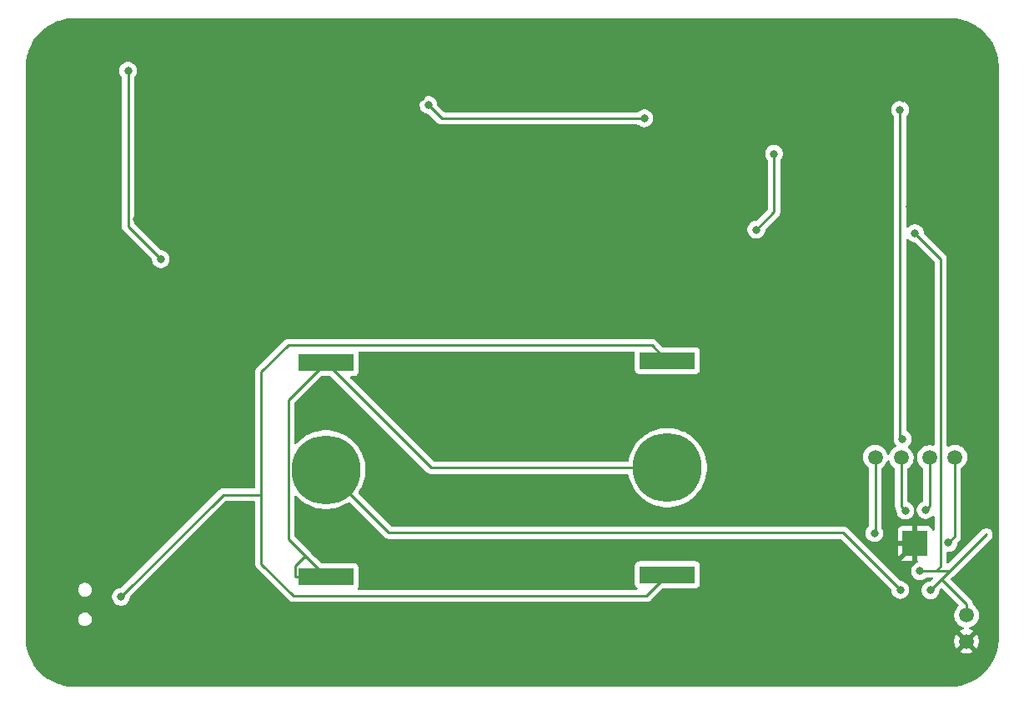
<source format=gbl>
%TF.GenerationSoftware,KiCad,Pcbnew,9.0.7*%
%TF.CreationDate,2026-01-22T21:49:42+01:00*%
%TF.ProjectId,RamadanCard,52616d61-6461-46e4-9361-72642e6b6963,rev?*%
%TF.SameCoordinates,Original*%
%TF.FileFunction,Copper,L2,Bot*%
%TF.FilePolarity,Positive*%
%FSLAX46Y46*%
G04 Gerber Fmt 4.6, Leading zero omitted, Abs format (unit mm)*
G04 Created by KiCad (PCBNEW 9.0.7) date 2026-01-22 21:49:42*
%MOMM*%
%LPD*%
G01*
G04 APERTURE LIST*
%TA.AperFunction,ComponentPad*%
%ADD10C,0.500000*%
%TD*%
%TA.AperFunction,SMDPad,CuDef*%
%ADD11R,2.500000X2.500000*%
%TD*%
%TA.AperFunction,SMDPad,CuDef*%
%ADD12C,1.500000*%
%TD*%
%TA.AperFunction,SMDPad,CuDef*%
%ADD13C,7.000000*%
%TD*%
%TA.AperFunction,SMDPad,CuDef*%
%ADD14R,5.600000X1.750000*%
%TD*%
%TA.AperFunction,ViaPad*%
%ADD15C,0.800000*%
%TD*%
%TA.AperFunction,Conductor*%
%ADD16C,0.250000*%
%TD*%
G04 APERTURE END LIST*
D10*
%TO.P,U1,21,GND*%
%TO.N,GND*%
X162510400Y-122922700D03*
X162510400Y-124922700D03*
D11*
X163510400Y-123922700D03*
D10*
X164510400Y-122922700D03*
X164510400Y-124922700D03*
%TD*%
D12*
%TO.P,TP2,1,1*%
%TO.N,Net-(U1-PA5)*%
X162113800Y-115229700D03*
%TD*%
%TO.P,TP3,1,1*%
%TO.N,Net-(U1-PA6)*%
X164992000Y-115209800D03*
%TD*%
%TO.P,TP1,1,1*%
%TO.N,Net-(U1-PA4)*%
X159481800Y-115179100D03*
%TD*%
%TO.P,TP6,1,1*%
%TO.N,GND*%
X168723400Y-133881100D03*
%TD*%
D13*
%TO.P,H1,1,1*%
%TO.N,Net-(U2-IN)*%
X103688800Y-116441800D03*
D14*
%TO.P,H1,2,2*%
%TO.N,Net-(H1-Pad2)*%
X103688800Y-127316800D03*
X103688800Y-105566800D03*
%TD*%
D12*
%TO.P,TP5,1,1*%
%TO.N,+6V*%
X168743900Y-131234100D03*
%TD*%
%TO.P,TP4,1,1*%
%TO.N,Net-(U1-~{RESET}{slash}PB3)*%
X167552500Y-115168800D03*
%TD*%
D13*
%TO.P,H2,1,1*%
%TO.N,Net-(H1-Pad2)*%
X138364200Y-116242900D03*
D14*
%TO.P,H2,2,2*%
%TO.N,Net-(J1-COM)*%
X138364200Y-105367900D03*
X138364200Y-127117900D03*
%TD*%
D15*
%TO.N,GND*%
X135617700Y-79465600D03*
X114222700Y-86560100D03*
X113377800Y-78640800D03*
X165777000Y-133930000D03*
X162291100Y-78731800D03*
X98820300Y-83672900D03*
X146143900Y-87269800D03*
X162990300Y-89713400D03*
X82907000Y-126515000D03*
X146968200Y-90837300D03*
X82325100Y-75784000D03*
X163536000Y-128638000D03*
X84486700Y-90974600D03*
X85318700Y-117297000D03*
X82917600Y-95051600D03*
X93486000Y-75674200D03*
X146391900Y-76228800D03*
%TO.N,Net-(D3-DOUT)*%
X136023500Y-80744000D03*
X114096700Y-79396100D03*
%TO.N,Net-(D6-DOUT)*%
X86927400Y-95051600D03*
X83597600Y-75917700D03*
%TO.N,Net-(D14-DOUT)*%
X147392600Y-92049300D03*
X149185700Y-84346000D03*
%TO.N,+6V*%
X163508900Y-92420800D03*
X165069000Y-128703000D03*
X164013000Y-126753000D03*
%TO.N,Net-(U1-PA4)*%
X159384000Y-122891000D03*
%TO.N,Net-(U1-~{RESET}{slash}PB3)*%
X166907000Y-123864000D03*
%TO.N,Net-(U1-PA6)*%
X164582000Y-120536000D03*
%TO.N,Net-(D1-DIN)*%
X162249100Y-113299700D03*
X161989800Y-79878400D03*
%TO.N,Net-(U2-IN)*%
X162017000Y-128664000D03*
%TO.N,Net-(J1-COM)*%
X82883300Y-129357000D03*
%TO.N,Net-(U1-PA5)*%
X162536000Y-120611000D03*
%TD*%
D16*
%TO.N,GND*%
X165825000Y-133881000D02*
X165777000Y-133930000D01*
%TO.N,Net-(D3-DOUT)*%
X115444600Y-80744000D02*
X136023500Y-80744000D01*
X114096700Y-79396100D02*
X115444600Y-80744000D01*
%TO.N,Net-(D6-DOUT)*%
X83597600Y-91721800D02*
X83597600Y-75917700D01*
X86927400Y-95051600D02*
X83597600Y-91721800D01*
%TO.N,Net-(D14-DOUT)*%
X149185700Y-90256200D02*
X147392600Y-92049300D01*
X149185700Y-84346000D02*
X149185700Y-90256200D01*
%TO.N,+6V*%
X166108400Y-126278300D02*
X166108400Y-95020300D01*
X165633700Y-126753000D02*
X166853000Y-126753000D01*
X166936000Y-126836000D02*
X170767000Y-123005000D01*
X168743900Y-130668600D02*
X168743900Y-131234100D01*
X166853000Y-126753000D02*
X166936000Y-126836000D01*
X166206000Y-127565000D02*
X166936000Y-126836000D01*
X168744000Y-130668500D02*
X168744000Y-130103000D01*
X168744000Y-130668500D02*
X168743900Y-130668600D01*
X166108400Y-95020300D02*
X163508900Y-92420800D01*
X165069000Y-128703000D02*
X166206000Y-127565000D01*
X165633700Y-126753000D02*
X166108400Y-126278300D01*
X168744000Y-131234000D02*
X168744000Y-130668500D01*
X168744000Y-130103000D02*
X166206000Y-127565000D01*
X164013000Y-126753000D02*
X165633700Y-126753000D01*
%TO.N,Net-(U1-PA4)*%
X159482000Y-122794000D02*
X159384000Y-122891000D01*
X159481800Y-118159000D02*
X159482000Y-118159200D01*
X159482000Y-115179000D02*
X159482000Y-118159200D01*
X159482000Y-118159200D02*
X159482000Y-122794000D01*
X159481800Y-115179100D02*
X159481800Y-118159000D01*
%TO.N,Net-(U1-~{RESET}{slash}PB3)*%
X167553000Y-119194000D02*
X167553000Y-123219000D01*
X167553000Y-115169000D02*
X167553000Y-119194000D01*
X167553000Y-123219000D02*
X166907000Y-123864000D01*
X167552500Y-119193500D02*
X167552500Y-115168800D01*
X167553000Y-119194000D02*
X167552500Y-119193500D01*
%TO.N,Net-(U1-PA6)*%
X164992000Y-115209800D02*
X164992000Y-115210000D01*
X164992000Y-115210000D02*
X164992000Y-120126000D01*
X164992000Y-120126000D02*
X164582000Y-120536000D01*
%TO.N,Net-(D1-DIN)*%
X162249100Y-113299700D02*
X161989800Y-113040400D01*
X161989800Y-113040400D02*
X161989800Y-79878400D01*
%TO.N,Net-(U2-IN)*%
X103688800Y-116441800D02*
X103689000Y-116442000D01*
X156193000Y-122839000D02*
X110086000Y-122839000D01*
X110086000Y-122839000D02*
X103689000Y-116442000D01*
X162017000Y-128664000D02*
X156193000Y-122839000D01*
%TO.N,Net-(H1-Pad2)*%
X103688800Y-127316800D02*
X100562100Y-127316800D01*
X99863800Y-109392000D02*
X103689000Y-105567000D01*
X103689000Y-127317000D02*
X101776400Y-125404500D01*
X138364100Y-116242900D02*
X138364000Y-116243000D01*
X103688800Y-105566800D02*
X103689000Y-105567000D01*
X99863800Y-123492000D02*
X99863800Y-109392000D01*
X101776400Y-125404500D02*
X99863800Y-123492000D01*
X103689000Y-105567000D02*
X114365000Y-116243000D01*
X101776400Y-125404500D02*
X101398500Y-125404500D01*
X114365000Y-116243000D02*
X138364000Y-116243000D01*
X101398500Y-125404500D02*
X100562100Y-126240900D01*
X100562100Y-126240900D02*
X100562100Y-127316800D01*
X138364200Y-116242900D02*
X138364100Y-116242900D01*
%TO.N,Net-(J1-COM)*%
X136784000Y-103787000D02*
X138364000Y-105368000D01*
X97135600Y-118979000D02*
X97135600Y-106522000D01*
X136220000Y-129262000D02*
X100390000Y-129262000D01*
X100390000Y-129262000D02*
X97135600Y-126008000D01*
X138364100Y-105367900D02*
X138364000Y-105368000D01*
X82914500Y-129389000D02*
X82883300Y-129357000D01*
X82883300Y-129357000D02*
X93261900Y-118979000D01*
X138364200Y-105367900D02*
X138364100Y-105367900D01*
X93261900Y-118979000D02*
X97135600Y-118979000D01*
X99869700Y-103787000D02*
X136784000Y-103787000D01*
X97135600Y-126008000D02*
X97135600Y-118979000D01*
X97135600Y-106522000D02*
X99869700Y-103787000D01*
X138364000Y-127118000D02*
X136220000Y-129262000D01*
X138364200Y-127117900D02*
X138364100Y-127117900D01*
X138364100Y-127117900D02*
X138364000Y-127118000D01*
%TO.N,Net-(U1-PA5)*%
X162114000Y-120188000D02*
X162536000Y-120611000D01*
X162114000Y-117709000D02*
X162113800Y-117708800D01*
X162114000Y-117709000D02*
X162114000Y-120188000D01*
X162113800Y-117708800D02*
X162113800Y-115229700D01*
X162114000Y-115230000D02*
X162114000Y-117709000D01*
%TD*%
%TA.AperFunction,Conductor*%
%TO.N,GND*%
G36*
X167011588Y-70548760D02*
G01*
X167379179Y-70563972D01*
X167384834Y-70564337D01*
X167469129Y-70571713D01*
X167473577Y-70572185D01*
X167796016Y-70612384D01*
X167802112Y-70613300D01*
X167880817Y-70627179D01*
X167884685Y-70627926D01*
X168207925Y-70695710D01*
X168208044Y-70695735D01*
X168214688Y-70697319D01*
X168283481Y-70715753D01*
X168286686Y-70716660D01*
X168612299Y-70813607D01*
X168619279Y-70815914D01*
X168672749Y-70835376D01*
X168675311Y-70836342D01*
X169005602Y-70965229D01*
X169012920Y-70968359D01*
X169043068Y-70982417D01*
X169045040Y-70983359D01*
X169383805Y-71148977D01*
X169383879Y-71149013D01*
X169392890Y-71153890D01*
X169739053Y-71360164D01*
X169747609Y-71365755D01*
X169900706Y-71475067D01*
X170075549Y-71599906D01*
X170083636Y-71606200D01*
X170391125Y-71866634D01*
X170398665Y-71873576D01*
X170683577Y-72158493D01*
X170690518Y-72166032D01*
X170950946Y-72473522D01*
X170957241Y-72481610D01*
X171191355Y-72809511D01*
X171191385Y-72809552D01*
X171196990Y-72818132D01*
X171403246Y-73164277D01*
X171408124Y-73173290D01*
X171574774Y-73514179D01*
X171575756Y-73516235D01*
X171588527Y-73543623D01*
X171591661Y-73550952D01*
X171591907Y-73551582D01*
X171721620Y-73884006D01*
X171722589Y-73886576D01*
X171734677Y-73919788D01*
X171740948Y-73937017D01*
X171743270Y-73944043D01*
X171841108Y-74272670D01*
X171842038Y-74275960D01*
X171859558Y-74341349D01*
X171861144Y-74347993D01*
X171929654Y-74674721D01*
X171930410Y-74678639D01*
X171943619Y-74753558D01*
X171944550Y-74759749D01*
X171985193Y-75085786D01*
X171985673Y-75090318D01*
X171992693Y-75170558D01*
X171993059Y-75176239D01*
X172008421Y-75547555D01*
X172008527Y-75552681D01*
X172008527Y-133517432D01*
X172008421Y-133522556D01*
X171993092Y-133893165D01*
X171992726Y-133898848D01*
X171985951Y-133976289D01*
X171985471Y-133980820D01*
X171944483Y-134309643D01*
X171943551Y-134315837D01*
X171930898Y-134387597D01*
X171930143Y-134391512D01*
X171860973Y-134721392D01*
X171859387Y-134728038D01*
X171842836Y-134789808D01*
X171841906Y-134793097D01*
X171743005Y-135125298D01*
X171740683Y-135132325D01*
X171723864Y-135178537D01*
X171722858Y-135181204D01*
X171591293Y-135518371D01*
X171588158Y-135525701D01*
X171577718Y-135548089D01*
X171576737Y-135550143D01*
X171408210Y-135894871D01*
X171403331Y-135903885D01*
X171197068Y-136250035D01*
X171191463Y-136258615D01*
X170957315Y-136586557D01*
X170951020Y-136594645D01*
X170690592Y-136902128D01*
X170683651Y-136909668D01*
X170398715Y-137194600D01*
X170391174Y-137201541D01*
X170083698Y-137461955D01*
X170075611Y-137468250D01*
X169747660Y-137702399D01*
X169739080Y-137708004D01*
X169392928Y-137914262D01*
X169383914Y-137919140D01*
X169039161Y-138087674D01*
X169037107Y-138088655D01*
X169014744Y-138099083D01*
X169007413Y-138102219D01*
X168670221Y-138233788D01*
X168667556Y-138234792D01*
X168621358Y-138251606D01*
X168614329Y-138253929D01*
X168282160Y-138352816D01*
X168278872Y-138353746D01*
X168217058Y-138370308D01*
X168210411Y-138371894D01*
X167880559Y-138441051D01*
X167876646Y-138441806D01*
X167804873Y-138454461D01*
X167798677Y-138455393D01*
X167469836Y-138496379D01*
X167465305Y-138496859D01*
X167387898Y-138503630D01*
X167382216Y-138503996D01*
X167009967Y-138519388D01*
X167004844Y-138519494D01*
X78204841Y-138519494D01*
X78199716Y-138519388D01*
X77832114Y-138504182D01*
X77826431Y-138503816D01*
X77742241Y-138496450D01*
X77737710Y-138495970D01*
X77415354Y-138455786D01*
X77409160Y-138454854D01*
X77330444Y-138440974D01*
X77326530Y-138440219D01*
X77003352Y-138372455D01*
X76996705Y-138370869D01*
X76927619Y-138352357D01*
X76924331Y-138351427D01*
X76599207Y-138254632D01*
X76592177Y-138252308D01*
X76538070Y-138232614D01*
X76535407Y-138231610D01*
X76205910Y-138103039D01*
X76198580Y-138099904D01*
X76167442Y-138085384D01*
X76165386Y-138084402D01*
X75827393Y-137919166D01*
X75818380Y-137914288D01*
X75472234Y-137708028D01*
X75463654Y-137702423D01*
X75135705Y-137468270D01*
X75127618Y-137461975D01*
X74820139Y-137201553D01*
X74812599Y-137194612D01*
X74527676Y-136909688D01*
X74520734Y-136902148D01*
X74395742Y-136754569D01*
X74260292Y-136594642D01*
X74254018Y-136586582D01*
X74019856Y-136258615D01*
X74014265Y-136250057D01*
X74004948Y-136234421D01*
X73807987Y-135903877D01*
X73803125Y-135894893D01*
X73637469Y-135556035D01*
X73636588Y-135554191D01*
X73622460Y-135523894D01*
X73619337Y-135516590D01*
X73490391Y-135186127D01*
X73489386Y-135183463D01*
X73470069Y-135130391D01*
X73467746Y-135123362D01*
X73408625Y-134924777D01*
X168033273Y-134924777D01*
X168033273Y-134924778D01*
X168068258Y-134950196D01*
X168243564Y-135039518D01*
X168430694Y-135100321D01*
X168625018Y-135131100D01*
X168821782Y-135131100D01*
X169016105Y-135100321D01*
X169203235Y-135039518D01*
X169378543Y-134950195D01*
X169413525Y-134924778D01*
X169413526Y-134924778D01*
X168723401Y-134234653D01*
X168723400Y-134234653D01*
X168033273Y-134924777D01*
X73408625Y-134924777D01*
X73370631Y-134797158D01*
X73369731Y-134793974D01*
X73351502Y-134725942D01*
X73349916Y-134719296D01*
X73318869Y-134571226D01*
X73281907Y-134394943D01*
X73281184Y-134391195D01*
X73267493Y-134313552D01*
X73266571Y-134307422D01*
X73226231Y-133983791D01*
X73225758Y-133979332D01*
X73218505Y-133896436D01*
X73218140Y-133890760D01*
X73217741Y-133881101D01*
X73213672Y-133782717D01*
X167473400Y-133782717D01*
X167473400Y-133979482D01*
X167504178Y-134173805D01*
X167564981Y-134360935D01*
X167654305Y-134536245D01*
X167679719Y-134571225D01*
X167679720Y-134571225D01*
X168369846Y-133881100D01*
X168369846Y-133881099D01*
X169076953Y-133881099D01*
X169076953Y-133881101D01*
X169767078Y-134571226D01*
X169767078Y-134571225D01*
X169792495Y-134536243D01*
X169881818Y-134360935D01*
X169942621Y-134173805D01*
X169973400Y-133979482D01*
X169973400Y-133782717D01*
X169942621Y-133588394D01*
X169881818Y-133401264D01*
X169792496Y-133225958D01*
X169767078Y-133190973D01*
X169767077Y-133190973D01*
X169076953Y-133881099D01*
X168369846Y-133881099D01*
X167679720Y-133190972D01*
X167679720Y-133190973D01*
X167654302Y-133225959D01*
X167654299Y-133225963D01*
X167564982Y-133401261D01*
X167504178Y-133588394D01*
X167473400Y-133782717D01*
X73213672Y-133782717D01*
X73202884Y-133521898D01*
X73202779Y-133516786D01*
X73202779Y-131708295D01*
X78524099Y-131708295D01*
X78551018Y-131843622D01*
X78551021Y-131843632D01*
X78603821Y-131971104D01*
X78603828Y-131971117D01*
X78680485Y-132085841D01*
X78680488Y-132085845D01*
X78778054Y-132183411D01*
X78778058Y-132183414D01*
X78892782Y-132260071D01*
X78892795Y-132260078D01*
X78997926Y-132303624D01*
X79020272Y-132312880D01*
X79020276Y-132312880D01*
X79020277Y-132312881D01*
X79155604Y-132339800D01*
X79155607Y-132339800D01*
X79293595Y-132339800D01*
X79384641Y-132321689D01*
X79428928Y-132312880D01*
X79556411Y-132260075D01*
X79671142Y-132183414D01*
X79768714Y-132085842D01*
X79845375Y-131971111D01*
X79898180Y-131843628D01*
X79906989Y-131799341D01*
X79925100Y-131708295D01*
X79925100Y-131570304D01*
X79898181Y-131434977D01*
X79898180Y-131434976D01*
X79898180Y-131434972D01*
X79855742Y-131332517D01*
X79845378Y-131307495D01*
X79845371Y-131307482D01*
X79768714Y-131192758D01*
X79768711Y-131192754D01*
X79671145Y-131095188D01*
X79671141Y-131095185D01*
X79556417Y-131018528D01*
X79556404Y-131018521D01*
X79428932Y-130965721D01*
X79428922Y-130965718D01*
X79293595Y-130938800D01*
X79293593Y-130938800D01*
X79155607Y-130938800D01*
X79155605Y-130938800D01*
X79020277Y-130965718D01*
X79020267Y-130965721D01*
X78892795Y-131018521D01*
X78892782Y-131018528D01*
X78778058Y-131095185D01*
X78778054Y-131095188D01*
X78680488Y-131192754D01*
X78680485Y-131192758D01*
X78603828Y-131307482D01*
X78603821Y-131307495D01*
X78551021Y-131434967D01*
X78551018Y-131434977D01*
X78524100Y-131570304D01*
X78524100Y-131570307D01*
X78524100Y-131708293D01*
X78524100Y-131708295D01*
X78524099Y-131708295D01*
X73202779Y-131708295D01*
X73202779Y-128708295D01*
X78524099Y-128708295D01*
X78551018Y-128843622D01*
X78551021Y-128843632D01*
X78603821Y-128971104D01*
X78603828Y-128971117D01*
X78680485Y-129085841D01*
X78680488Y-129085845D01*
X78778054Y-129183411D01*
X78778058Y-129183414D01*
X78892782Y-129260071D01*
X78892795Y-129260078D01*
X78933741Y-129277038D01*
X79020272Y-129312880D01*
X79020276Y-129312880D01*
X79020277Y-129312881D01*
X79155604Y-129339800D01*
X79155607Y-129339800D01*
X79293595Y-129339800D01*
X79384641Y-129321689D01*
X79428928Y-129312880D01*
X79536544Y-129268304D01*
X81982800Y-129268304D01*
X81982800Y-129445695D01*
X82017403Y-129619655D01*
X82017406Y-129619667D01*
X82085283Y-129783540D01*
X82085290Y-129783553D01*
X82183835Y-129931034D01*
X82183838Y-129931038D01*
X82309261Y-130056461D01*
X82309265Y-130056464D01*
X82456746Y-130155009D01*
X82456759Y-130155016D01*
X82565845Y-130200200D01*
X82620634Y-130222894D01*
X82620636Y-130222894D01*
X82620641Y-130222896D01*
X82794604Y-130257499D01*
X82794607Y-130257500D01*
X82794609Y-130257500D01*
X82971993Y-130257500D01*
X82971994Y-130257499D01*
X83029982Y-130245964D01*
X83145958Y-130222896D01*
X83145961Y-130222894D01*
X83145966Y-130222894D01*
X83309847Y-130155013D01*
X83457335Y-130056464D01*
X83582764Y-129931035D01*
X83681313Y-129783547D01*
X83682644Y-129780335D01*
X83716458Y-129698698D01*
X83749194Y-129619666D01*
X83749194Y-129619661D01*
X83749197Y-129619655D01*
X83783799Y-129445695D01*
X83783800Y-129445693D01*
X83783800Y-129392482D01*
X83803485Y-129325443D01*
X83820121Y-129304798D01*
X84416354Y-128708600D01*
X90590231Y-122535080D01*
X93484662Y-119640816D01*
X93545986Y-119607333D01*
X93572341Y-119604500D01*
X96386100Y-119604500D01*
X96453139Y-119624185D01*
X96498894Y-119676989D01*
X96510100Y-119728500D01*
X96510100Y-125946411D01*
X96510096Y-125946432D01*
X96510100Y-126016839D01*
X96510100Y-126069630D01*
X96521615Y-126127499D01*
X96521614Y-126127499D01*
X96521616Y-126127507D01*
X96534135Y-126190447D01*
X96534145Y-126190481D01*
X96534148Y-126190488D01*
X96557710Y-126247362D01*
X96557711Y-126247369D01*
X96557713Y-126247369D01*
X96581288Y-126304284D01*
X96581311Y-126304327D01*
X96611747Y-126349871D01*
X96611751Y-126349876D01*
X96649740Y-126406731D01*
X96649766Y-126406763D01*
X96690409Y-126447401D01*
X96690424Y-126447415D01*
X96741453Y-126498445D01*
X96741523Y-126498507D01*
X99942515Y-129699106D01*
X99991267Y-129747858D01*
X99991285Y-129747870D01*
X99991297Y-129747882D01*
X100039866Y-129780331D01*
X100039870Y-129780335D01*
X100039871Y-129780334D01*
X100093714Y-129816311D01*
X100093716Y-129816312D01*
X100093718Y-129816313D01*
X100093748Y-129816330D01*
X100111788Y-129823800D01*
X100149194Y-129839291D01*
X100149200Y-129839296D01*
X100149201Y-129839295D01*
X100206614Y-129863076D01*
X100206613Y-129863076D01*
X100207562Y-129863469D01*
X100207584Y-129863473D01*
X100207586Y-129863474D01*
X100267000Y-129875288D01*
X100328394Y-129887500D01*
X100328407Y-129887500D01*
X100328417Y-129887501D01*
X100328432Y-129887504D01*
X100398835Y-129887500D01*
X100398840Y-129887500D01*
X136281607Y-129887500D01*
X136342029Y-129875481D01*
X136402452Y-129863463D01*
X136452170Y-129842869D01*
X136458127Y-129840401D01*
X136458129Y-129840401D01*
X136502652Y-129821958D01*
X136516286Y-129816312D01*
X136567509Y-129782084D01*
X136570129Y-129780334D01*
X136580271Y-129773556D01*
X136618733Y-129747858D01*
X136705858Y-129660733D01*
X136705859Y-129660731D01*
X136712925Y-129653665D01*
X136712928Y-129653661D01*
X137836871Y-128529718D01*
X137898194Y-128496233D01*
X137924552Y-128493399D01*
X141212071Y-128493399D01*
X141212072Y-128493399D01*
X141271683Y-128486991D01*
X141406531Y-128436696D01*
X141521746Y-128350446D01*
X141607996Y-128235231D01*
X141658291Y-128100383D01*
X141664700Y-128040773D01*
X141664699Y-126195028D01*
X141658291Y-126135417D01*
X141655338Y-126127500D01*
X141607997Y-126000571D01*
X141607993Y-126000564D01*
X141521747Y-125885355D01*
X141521744Y-125885352D01*
X141406535Y-125799106D01*
X141406528Y-125799102D01*
X141271682Y-125748808D01*
X141271683Y-125748808D01*
X141212083Y-125742401D01*
X141212081Y-125742400D01*
X141212073Y-125742400D01*
X141212064Y-125742400D01*
X135516329Y-125742400D01*
X135516323Y-125742401D01*
X135456716Y-125748808D01*
X135321871Y-125799102D01*
X135321864Y-125799106D01*
X135206655Y-125885352D01*
X135206652Y-125885355D01*
X135120406Y-126000564D01*
X135120402Y-126000571D01*
X135070108Y-126135417D01*
X135064192Y-126190447D01*
X135063701Y-126195023D01*
X135063700Y-126195035D01*
X135063700Y-128040770D01*
X135063701Y-128040776D01*
X135070108Y-128100383D01*
X135120402Y-128235228D01*
X135120406Y-128235235D01*
X135206652Y-128350444D01*
X135206655Y-128350447D01*
X135290527Y-128413234D01*
X135332398Y-128469167D01*
X135337382Y-128538859D01*
X135303896Y-128600182D01*
X135242573Y-128633666D01*
X135216216Y-128636500D01*
X107028825Y-128636500D01*
X106961786Y-128616815D01*
X106916031Y-128564011D01*
X106906087Y-128494853D01*
X106929559Y-128438188D01*
X106930678Y-128436693D01*
X106932596Y-128434131D01*
X106982891Y-128299283D01*
X106989300Y-128239673D01*
X106989299Y-126393928D01*
X106982891Y-126334317D01*
X106979960Y-126326459D01*
X106932597Y-126199471D01*
X106932593Y-126199464D01*
X106846347Y-126084255D01*
X106846344Y-126084252D01*
X106731135Y-125998006D01*
X106731128Y-125998002D01*
X106596282Y-125947708D01*
X106596283Y-125947708D01*
X106536683Y-125941301D01*
X106536681Y-125941300D01*
X106536673Y-125941300D01*
X106536665Y-125941300D01*
X103249203Y-125941300D01*
X103182164Y-125921615D01*
X103161524Y-125904984D01*
X102610163Y-125353652D01*
X102213577Y-124957086D01*
X102213577Y-124957085D01*
X102213576Y-124957085D01*
X102175133Y-124918642D01*
X102175126Y-124918637D01*
X102175121Y-124918632D01*
X102175119Y-124918630D01*
X100537250Y-123280846D01*
X100525621Y-123269218D01*
X100492134Y-123207895D01*
X100489300Y-123181534D01*
X100489300Y-119195780D01*
X100508985Y-119128741D01*
X100561789Y-119082986D01*
X100630947Y-119073042D01*
X100694503Y-119102067D01*
X100709150Y-119117112D01*
X100718694Y-119128741D01*
X100721056Y-119131619D01*
X100998982Y-119409545D01*
X100998987Y-119409549D01*
X100998988Y-119409550D01*
X101302831Y-119658907D01*
X101629651Y-119877282D01*
X101629660Y-119877287D01*
X101629662Y-119877288D01*
X101976295Y-120062567D01*
X101976297Y-120062567D01*
X101976303Y-120062571D01*
X102339447Y-120212990D01*
X102715585Y-120327090D01*
X102715591Y-120327091D01*
X102715594Y-120327092D01*
X102715605Y-120327095D01*
X103101097Y-120403773D01*
X103492268Y-120442300D01*
X103492271Y-120442300D01*
X103885329Y-120442300D01*
X103885332Y-120442300D01*
X104276503Y-120403773D01*
X104351548Y-120388845D01*
X104661994Y-120327095D01*
X104662005Y-120327092D01*
X104662005Y-120327091D01*
X104662015Y-120327090D01*
X105038153Y-120212990D01*
X105401297Y-120062571D01*
X105747949Y-119877282D01*
X105958115Y-119736851D01*
X106024789Y-119715975D01*
X106092169Y-119734459D01*
X106114684Y-119752274D01*
X109600139Y-123237729D01*
X109600142Y-123237733D01*
X109687267Y-123324858D01*
X109722367Y-123348311D01*
X109789714Y-123393312D01*
X109852939Y-123419500D01*
X109903548Y-123440463D01*
X109935528Y-123446824D01*
X110024391Y-123464499D01*
X110024392Y-123464500D01*
X110024393Y-123464500D01*
X110024394Y-123464500D01*
X155882508Y-123464500D01*
X155949547Y-123484185D01*
X155970195Y-123500825D01*
X161080189Y-128611694D01*
X161113668Y-128673019D01*
X161116500Y-128699367D01*
X161116500Y-128752695D01*
X161151103Y-128926658D01*
X161151106Y-128926667D01*
X161218983Y-129090540D01*
X161218990Y-129090552D01*
X161317535Y-129238034D01*
X161317538Y-129238038D01*
X161442961Y-129363461D01*
X161442965Y-129363464D01*
X161590446Y-129462009D01*
X161590459Y-129462016D01*
X161713363Y-129512923D01*
X161754334Y-129529894D01*
X161754336Y-129529894D01*
X161754341Y-129529896D01*
X161928304Y-129564499D01*
X161928307Y-129564500D01*
X161928309Y-129564500D01*
X162105693Y-129564500D01*
X162105694Y-129564499D01*
X162163682Y-129552964D01*
X162279658Y-129529896D01*
X162279661Y-129529894D01*
X162279666Y-129529894D01*
X162443547Y-129462013D01*
X162591035Y-129363464D01*
X162716464Y-129238035D01*
X162815013Y-129090547D01*
X162882894Y-128926666D01*
X162899412Y-128843628D01*
X162917499Y-128752695D01*
X162917500Y-128752693D01*
X162917500Y-128575306D01*
X162917499Y-128575304D01*
X162882896Y-128401341D01*
X162882893Y-128401332D01*
X162815016Y-128237459D01*
X162815009Y-128237446D01*
X162716464Y-128089965D01*
X162716461Y-128089961D01*
X162591038Y-127964538D01*
X162591034Y-127964535D01*
X162443553Y-127865990D01*
X162443540Y-127865983D01*
X162279667Y-127798106D01*
X162279658Y-127798103D01*
X162105694Y-127763500D01*
X162105691Y-127763500D01*
X162052539Y-127763500D01*
X161985500Y-127743815D01*
X161964850Y-127727174D01*
X161829420Y-127591721D01*
X159458650Y-125220544D01*
X161760400Y-125220544D01*
X161766801Y-125280072D01*
X161766803Y-125280082D01*
X161775675Y-125303868D01*
X162245941Y-124833603D01*
X162307264Y-124800118D01*
X162376955Y-124805102D01*
X162421303Y-124833603D01*
X162439689Y-124851989D01*
X162425624Y-124866055D01*
X162410400Y-124902809D01*
X162410400Y-124942591D01*
X162425624Y-124979345D01*
X162453755Y-125007476D01*
X162490509Y-125022700D01*
X162530291Y-125022700D01*
X162567045Y-125007476D01*
X162581110Y-124993410D01*
X162599495Y-125011795D01*
X162632980Y-125073118D01*
X162627996Y-125142810D01*
X162599495Y-125187157D01*
X162129229Y-125657423D01*
X162153024Y-125666298D01*
X162212555Y-125672699D01*
X162212572Y-125672700D01*
X163260400Y-125672700D01*
X163260400Y-124172700D01*
X161760400Y-124172700D01*
X161760400Y-125220544D01*
X159458650Y-125220544D01*
X156683440Y-122444857D01*
X156678871Y-122440287D01*
X156678858Y-122440267D01*
X156632581Y-122393990D01*
X156632579Y-122393987D01*
X156591784Y-122353185D01*
X156591778Y-122353180D01*
X156591775Y-122353177D01*
X156591770Y-122353174D01*
X156591738Y-122353147D01*
X156591733Y-122353142D01*
X156538511Y-122317580D01*
X156489333Y-122284714D01*
X156489307Y-122284703D01*
X156489286Y-122284689D01*
X156489260Y-122284678D01*
X156468174Y-122275944D01*
X156430245Y-122260233D01*
X156430244Y-122260232D01*
X156429399Y-122259882D01*
X156375503Y-122237553D01*
X156375479Y-122237548D01*
X156375452Y-122237537D01*
X156375301Y-122237507D01*
X156375299Y-122237506D01*
X156314831Y-122225478D01*
X156314753Y-122225462D01*
X156314483Y-122225409D01*
X156254660Y-122213505D01*
X156254631Y-122213504D01*
X156254606Y-122213500D01*
X156253721Y-122213500D01*
X156198654Y-122213500D01*
X156198638Y-122213499D01*
X156125402Y-122213493D01*
X156125260Y-122213500D01*
X110396452Y-122213500D01*
X110329413Y-122193815D01*
X110308771Y-122177181D01*
X106999274Y-118867684D01*
X106965789Y-118806361D01*
X106970773Y-118736669D01*
X106983847Y-118711121D01*
X107124282Y-118500949D01*
X107309571Y-118154297D01*
X107459990Y-117791153D01*
X107574090Y-117415015D01*
X107574092Y-117415005D01*
X107574095Y-117414994D01*
X107650773Y-117029502D01*
X107659491Y-116940989D01*
X107689300Y-116638332D01*
X107689300Y-116245268D01*
X107650773Y-115854097D01*
X107644827Y-115824205D01*
X107574095Y-115468605D01*
X107574092Y-115468594D01*
X107574091Y-115468591D01*
X107574090Y-115468585D01*
X107459990Y-115092447D01*
X107309571Y-114729303D01*
X107287908Y-114688775D01*
X107124288Y-114382662D01*
X107124287Y-114382660D01*
X107124282Y-114382651D01*
X106905907Y-114055831D01*
X106656550Y-113751988D01*
X106656549Y-113751987D01*
X106656545Y-113751982D01*
X106378617Y-113474054D01*
X106074774Y-113224697D01*
X106074773Y-113224696D01*
X106074769Y-113224693D01*
X105747949Y-113006318D01*
X105747944Y-113006315D01*
X105747937Y-113006311D01*
X105401304Y-112821032D01*
X105401299Y-112821030D01*
X105368446Y-112807422D01*
X105171068Y-112725665D01*
X105038154Y-112670610D01*
X104662005Y-112556507D01*
X104661994Y-112556504D01*
X104276502Y-112479826D01*
X103981889Y-112450810D01*
X103885332Y-112441300D01*
X103492268Y-112441300D01*
X103403051Y-112450087D01*
X103101097Y-112479826D01*
X102715605Y-112556504D01*
X102715594Y-112556507D01*
X102339445Y-112670610D01*
X101976300Y-112821030D01*
X101976295Y-112821032D01*
X101629662Y-113006311D01*
X101629644Y-113006322D01*
X101302839Y-113224687D01*
X101302825Y-113224697D01*
X100998982Y-113474054D01*
X100721052Y-113751984D01*
X100709152Y-113766485D01*
X100651406Y-113805819D01*
X100581561Y-113807688D01*
X100521793Y-113771500D01*
X100491078Y-113708744D01*
X100489300Y-113687819D01*
X100489300Y-109702464D01*
X100508985Y-109635425D01*
X100525617Y-109614784D01*
X103161924Y-106978614D01*
X103223248Y-106945132D01*
X103249603Y-106942299D01*
X104128347Y-106942299D01*
X104195386Y-106961984D01*
X104216028Y-106978618D01*
X113879139Y-116641729D01*
X113879142Y-116641733D01*
X113966267Y-116728858D01*
X114017490Y-116763084D01*
X114068714Y-116797312D01*
X114149087Y-116830603D01*
X114182548Y-116844463D01*
X114242971Y-116856481D01*
X114303393Y-116868500D01*
X114303394Y-116868500D01*
X134308001Y-116868500D01*
X134375040Y-116888185D01*
X134420795Y-116940989D01*
X134429618Y-116968309D01*
X134478904Y-117216094D01*
X134478907Y-117216105D01*
X134593010Y-117592254D01*
X134743430Y-117955399D01*
X134743432Y-117955404D01*
X134928711Y-118302037D01*
X134928722Y-118302055D01*
X135147087Y-118628860D01*
X135147097Y-118628874D01*
X135396454Y-118932717D01*
X135674382Y-119210645D01*
X135674387Y-119210649D01*
X135674388Y-119210650D01*
X135978231Y-119460007D01*
X136305051Y-119678382D01*
X136305060Y-119678387D01*
X136305062Y-119678388D01*
X136651695Y-119863667D01*
X136651697Y-119863667D01*
X136651703Y-119863671D01*
X137014847Y-120014090D01*
X137390985Y-120128190D01*
X137390991Y-120128191D01*
X137390994Y-120128192D01*
X137391005Y-120128195D01*
X137776497Y-120204873D01*
X138167668Y-120243400D01*
X138167671Y-120243400D01*
X138560729Y-120243400D01*
X138560732Y-120243400D01*
X138951903Y-120204873D01*
X139040455Y-120187259D01*
X139337394Y-120128195D01*
X139337405Y-120128192D01*
X139337405Y-120128191D01*
X139337415Y-120128190D01*
X139713553Y-120014090D01*
X140076697Y-119863671D01*
X140423349Y-119678382D01*
X140750169Y-119460007D01*
X141054012Y-119210650D01*
X141331950Y-118932712D01*
X141581307Y-118628869D01*
X141799682Y-118302049D01*
X141984971Y-117955397D01*
X142135390Y-117592253D01*
X142249490Y-117216115D01*
X142249492Y-117216105D01*
X142249495Y-117216094D01*
X142326174Y-116830601D01*
X142364700Y-116439428D01*
X142364700Y-116046371D01*
X142358502Y-115983446D01*
X142326173Y-115655197D01*
X142318675Y-115617500D01*
X142249495Y-115269705D01*
X142249492Y-115269694D01*
X142249491Y-115269691D01*
X142249490Y-115269685D01*
X142192155Y-115080677D01*
X158231300Y-115080677D01*
X158231300Y-115277522D01*
X158262090Y-115471926D01*
X158322917Y-115659129D01*
X158407028Y-115824205D01*
X158412276Y-115834505D01*
X158527972Y-115993746D01*
X158667154Y-116132928D01*
X158805187Y-116233215D01*
X158847851Y-116288544D01*
X158856300Y-116333532D01*
X158856300Y-118224657D01*
X158856500Y-118228731D01*
X158856500Y-122094697D01*
X158836815Y-122161736D01*
X158814193Y-122187149D01*
X158814272Y-122187228D01*
X158812921Y-122188578D01*
X158811171Y-122190545D01*
X158809965Y-122191534D01*
X158684538Y-122316961D01*
X158684535Y-122316965D01*
X158585990Y-122464446D01*
X158585983Y-122464459D01*
X158518106Y-122628332D01*
X158518103Y-122628341D01*
X158483500Y-122802304D01*
X158483500Y-122979695D01*
X158518103Y-123153658D01*
X158518106Y-123153667D01*
X158585983Y-123317540D01*
X158585990Y-123317553D01*
X158684535Y-123465034D01*
X158684538Y-123465038D01*
X158809961Y-123590461D01*
X158809965Y-123590464D01*
X158957446Y-123689009D01*
X158957459Y-123689016D01*
X159005211Y-123708795D01*
X159121334Y-123756894D01*
X159121336Y-123756894D01*
X159121341Y-123756896D01*
X159295304Y-123791499D01*
X159295307Y-123791500D01*
X159295309Y-123791500D01*
X159472693Y-123791500D01*
X159472694Y-123791499D01*
X159530682Y-123779964D01*
X159646658Y-123756896D01*
X159646661Y-123756894D01*
X159646666Y-123756894D01*
X159810547Y-123689013D01*
X159958035Y-123590464D01*
X160083464Y-123465035D01*
X160182013Y-123317547D01*
X160249894Y-123153666D01*
X160267211Y-123066611D01*
X160284499Y-122979695D01*
X160284500Y-122979693D01*
X160284500Y-122802306D01*
X160253357Y-122645743D01*
X160253356Y-122645741D01*
X160249895Y-122628341D01*
X160249894Y-122628334D01*
X160248453Y-122624855D01*
X161760400Y-122624855D01*
X161760400Y-123672700D01*
X163260400Y-123672700D01*
X163260400Y-122172700D01*
X162212555Y-122172700D01*
X162153027Y-122179101D01*
X162153020Y-122179103D01*
X162018313Y-122229345D01*
X162018306Y-122229349D01*
X161903212Y-122315509D01*
X161903209Y-122315512D01*
X161817049Y-122430606D01*
X161817045Y-122430613D01*
X161766803Y-122565320D01*
X161766801Y-122565327D01*
X161760400Y-122624855D01*
X160248453Y-122624855D01*
X160221087Y-122558786D01*
X160182016Y-122464459D01*
X160182009Y-122464446D01*
X160128398Y-122384212D01*
X160107520Y-122317535D01*
X160107500Y-122315321D01*
X160107500Y-116333387D01*
X160127185Y-116266348D01*
X160158612Y-116233070D01*
X160296446Y-116132928D01*
X160435628Y-115993746D01*
X160551324Y-115834505D01*
X160640684Y-115659125D01*
X160671648Y-115563825D01*
X160711086Y-115506151D01*
X160775444Y-115478953D01*
X160844291Y-115490868D01*
X160895766Y-115538112D01*
X160907510Y-115563826D01*
X160954917Y-115709729D01*
X161044276Y-115885105D01*
X161159972Y-116044346D01*
X161299154Y-116183528D01*
X161437187Y-116283815D01*
X161479851Y-116339144D01*
X161488300Y-116384132D01*
X161488300Y-117774456D01*
X161488500Y-117778530D01*
X161488500Y-120187259D01*
X161488427Y-120248866D01*
X161488500Y-120249235D01*
X161488500Y-120249604D01*
X161500456Y-120309716D01*
X161500455Y-120309716D01*
X161500482Y-120309853D01*
X161500484Y-120309857D01*
X161500570Y-120310296D01*
X161500673Y-120310814D01*
X161512322Y-120369739D01*
X161512463Y-120370081D01*
X161512537Y-120370452D01*
X161512540Y-120370461D01*
X161512541Y-120370462D01*
X161535991Y-120427074D01*
X161535990Y-120427074D01*
X161536290Y-120427798D01*
X161559338Y-120483629D01*
X161559546Y-120483941D01*
X161559689Y-120484286D01*
X161593738Y-120535244D01*
X161614682Y-120566669D01*
X161635483Y-120633370D01*
X161635500Y-120635439D01*
X161635500Y-120699695D01*
X161670103Y-120873658D01*
X161670106Y-120873667D01*
X161737983Y-121037540D01*
X161737990Y-121037553D01*
X161836535Y-121185034D01*
X161836538Y-121185038D01*
X161961961Y-121310461D01*
X161961965Y-121310464D01*
X162109446Y-121409009D01*
X162109459Y-121409016D01*
X162175813Y-121436500D01*
X162273334Y-121476894D01*
X162273336Y-121476894D01*
X162273341Y-121476896D01*
X162447304Y-121511499D01*
X162447307Y-121511500D01*
X162447309Y-121511500D01*
X162624693Y-121511500D01*
X162624694Y-121511499D01*
X162682682Y-121499964D01*
X162798658Y-121476896D01*
X162798661Y-121476894D01*
X162798666Y-121476894D01*
X162962547Y-121409013D01*
X163110035Y-121310464D01*
X163235464Y-121185035D01*
X163334013Y-121037547D01*
X163401894Y-120873666D01*
X163436500Y-120699691D01*
X163436500Y-120522309D01*
X163401894Y-120348334D01*
X163370828Y-120273334D01*
X163334016Y-120184459D01*
X163334009Y-120184446D01*
X163235464Y-120036965D01*
X163235461Y-120036961D01*
X163110038Y-119911538D01*
X163110034Y-119911535D01*
X162962553Y-119812990D01*
X162962540Y-119812983D01*
X162816048Y-119752305D01*
X162761644Y-119708464D01*
X162739579Y-119642170D01*
X162739500Y-119637744D01*
X162739500Y-116383987D01*
X162759185Y-116316948D01*
X162790612Y-116283670D01*
X162928446Y-116183528D01*
X163067628Y-116044346D01*
X163183324Y-115885105D01*
X163272684Y-115709725D01*
X163333509Y-115522526D01*
X163342051Y-115468594D01*
X163364300Y-115328122D01*
X163364300Y-115131277D01*
X163333509Y-114936873D01*
X163272682Y-114749670D01*
X163183323Y-114574294D01*
X163067628Y-114415054D01*
X162928446Y-114275872D01*
X162823532Y-114199647D01*
X162780868Y-114144318D01*
X162774889Y-114074704D01*
X162807495Y-114012909D01*
X162818811Y-114003496D01*
X162818427Y-114003028D01*
X162823131Y-113999166D01*
X162823135Y-113999164D01*
X162948564Y-113873735D01*
X163047113Y-113726247D01*
X163114994Y-113562366D01*
X163132561Y-113474054D01*
X163149599Y-113388395D01*
X163149600Y-113388393D01*
X163149600Y-113211006D01*
X163149599Y-113211004D01*
X163114996Y-113037041D01*
X163114993Y-113037032D01*
X163110339Y-113025797D01*
X163098023Y-112996063D01*
X163047116Y-112873159D01*
X163047109Y-112873146D01*
X162948564Y-112725665D01*
X162948561Y-112725661D01*
X162823138Y-112600238D01*
X162823134Y-112600235D01*
X162670582Y-112498303D01*
X162672132Y-112495982D01*
X162630859Y-112455246D01*
X162615300Y-112395108D01*
X162615300Y-93100062D01*
X162634985Y-93033023D01*
X162687789Y-92987268D01*
X162756947Y-92977324D01*
X162820503Y-93006349D01*
X162826981Y-93012381D01*
X162934861Y-93120261D01*
X162934865Y-93120264D01*
X163082346Y-93218809D01*
X163082359Y-93218816D01*
X163205263Y-93269723D01*
X163246234Y-93286694D01*
X163246236Y-93286694D01*
X163246241Y-93286696D01*
X163420204Y-93321299D01*
X163420207Y-93321300D01*
X163420209Y-93321300D01*
X163473448Y-93321300D01*
X163540487Y-93340985D01*
X163561129Y-93357619D01*
X165446581Y-95243071D01*
X165480066Y-95304394D01*
X165482900Y-95330752D01*
X165482900Y-113883777D01*
X165463215Y-113950816D01*
X165410411Y-113996571D01*
X165341253Y-114006515D01*
X165320582Y-114001708D01*
X165284829Y-113990091D01*
X165090422Y-113959300D01*
X165090417Y-113959300D01*
X164893583Y-113959300D01*
X164893578Y-113959300D01*
X164699173Y-113990090D01*
X164511970Y-114050917D01*
X164336594Y-114140276D01*
X164276757Y-114183751D01*
X164177354Y-114255972D01*
X164177352Y-114255974D01*
X164177351Y-114255974D01*
X164038174Y-114395151D01*
X164038174Y-114395152D01*
X164038172Y-114395154D01*
X164023714Y-114415054D01*
X163922476Y-114554394D01*
X163833117Y-114729770D01*
X163772290Y-114916973D01*
X163741500Y-115111377D01*
X163741500Y-115308222D01*
X163772290Y-115502626D01*
X163833117Y-115689829D01*
X163916816Y-115854097D01*
X163922476Y-115865205D01*
X164038172Y-116024446D01*
X164177354Y-116163628D01*
X164315387Y-116263915D01*
X164358051Y-116319244D01*
X164366500Y-116364232D01*
X164366500Y-119567715D01*
X164346815Y-119634754D01*
X164294011Y-119680509D01*
X164289952Y-119682276D01*
X164155459Y-119737983D01*
X164155446Y-119737990D01*
X164007965Y-119836535D01*
X164007961Y-119836538D01*
X163882538Y-119961961D01*
X163882535Y-119961965D01*
X163783990Y-120109446D01*
X163783983Y-120109459D01*
X163716106Y-120273332D01*
X163716103Y-120273341D01*
X163681500Y-120447304D01*
X163681500Y-120447309D01*
X163681500Y-120624691D01*
X163684265Y-120638595D01*
X163684266Y-120638602D01*
X163716103Y-120798658D01*
X163716106Y-120798667D01*
X163783983Y-120962540D01*
X163783990Y-120962553D01*
X163882535Y-121110034D01*
X163882538Y-121110038D01*
X164007961Y-121235461D01*
X164007965Y-121235464D01*
X164155446Y-121334009D01*
X164155459Y-121334016D01*
X164278363Y-121384923D01*
X164319334Y-121401894D01*
X164319336Y-121401894D01*
X164319341Y-121401896D01*
X164493304Y-121436499D01*
X164493307Y-121436500D01*
X164493309Y-121436500D01*
X164670693Y-121436500D01*
X164670694Y-121436499D01*
X164728682Y-121424964D01*
X164844658Y-121401896D01*
X164844661Y-121401894D01*
X164844666Y-121401894D01*
X165008547Y-121334013D01*
X165156035Y-121235464D01*
X165206465Y-121185034D01*
X165271219Y-121120281D01*
X165332542Y-121086796D01*
X165402234Y-121091780D01*
X165458167Y-121133652D01*
X165482584Y-121199116D01*
X165482900Y-121207962D01*
X165482900Y-122491747D01*
X165463215Y-122558786D01*
X165410411Y-122604541D01*
X165341253Y-122614485D01*
X165277697Y-122585460D01*
X165242718Y-122535080D01*
X165203754Y-122430613D01*
X165203750Y-122430606D01*
X165117590Y-122315512D01*
X165117587Y-122315509D01*
X165002493Y-122229349D01*
X165002486Y-122229345D01*
X164867779Y-122179103D01*
X164867772Y-122179101D01*
X164808244Y-122172700D01*
X163760400Y-122172700D01*
X163760400Y-125672700D01*
X163777835Y-125690135D01*
X163811320Y-125751458D01*
X163806336Y-125821150D01*
X163764464Y-125877083D01*
X163737607Y-125892377D01*
X163586455Y-125954985D01*
X163586446Y-125954990D01*
X163438965Y-126053535D01*
X163438961Y-126053538D01*
X163313538Y-126178961D01*
X163313535Y-126178965D01*
X163214990Y-126326446D01*
X163214983Y-126326459D01*
X163147106Y-126490332D01*
X163147103Y-126490341D01*
X163112500Y-126664304D01*
X163112500Y-126841695D01*
X163147103Y-127015658D01*
X163147106Y-127015667D01*
X163214983Y-127179540D01*
X163214990Y-127179553D01*
X163313535Y-127327034D01*
X163313538Y-127327038D01*
X163438961Y-127452461D01*
X163438965Y-127452464D01*
X163586446Y-127551009D01*
X163586459Y-127551016D01*
X163665374Y-127583703D01*
X163750334Y-127618894D01*
X163750336Y-127618894D01*
X163750341Y-127618896D01*
X163924304Y-127653499D01*
X163924307Y-127653500D01*
X163924309Y-127653500D01*
X164101693Y-127653500D01*
X164101694Y-127653499D01*
X164159682Y-127641964D01*
X164275658Y-127618896D01*
X164275661Y-127618894D01*
X164275666Y-127618894D01*
X164439547Y-127551013D01*
X164587035Y-127452464D01*
X164624679Y-127414820D01*
X164686001Y-127381334D01*
X164712361Y-127378500D01*
X165208957Y-127378500D01*
X165230176Y-127384730D01*
X165252240Y-127386299D01*
X165263049Y-127394383D01*
X165275996Y-127398185D01*
X165290476Y-127414896D01*
X165308192Y-127428146D01*
X165312914Y-127440791D01*
X165321751Y-127450989D01*
X165324898Y-127472879D01*
X165332637Y-127493600D01*
X165329774Y-127506787D01*
X165331695Y-127520147D01*
X165322506Y-127540266D01*
X165317815Y-127561879D01*
X165304515Y-127579662D01*
X165302670Y-127583703D01*
X165296681Y-127590138D01*
X165267952Y-127618893D01*
X165120831Y-127766143D01*
X165059522Y-127799655D01*
X165033111Y-127802500D01*
X164980306Y-127802500D01*
X164806341Y-127837103D01*
X164806332Y-127837106D01*
X164642459Y-127904983D01*
X164642446Y-127904990D01*
X164494965Y-128003535D01*
X164494961Y-128003538D01*
X164369538Y-128128961D01*
X164369535Y-128128965D01*
X164270990Y-128276446D01*
X164270983Y-128276459D01*
X164203106Y-128440332D01*
X164203103Y-128440341D01*
X164168500Y-128614304D01*
X164168500Y-128791695D01*
X164203103Y-128965658D01*
X164203106Y-128965667D01*
X164270983Y-129129540D01*
X164270990Y-129129553D01*
X164369535Y-129277034D01*
X164369538Y-129277038D01*
X164494961Y-129402461D01*
X164494965Y-129402464D01*
X164642446Y-129501009D01*
X164642459Y-129501016D01*
X164712183Y-129529896D01*
X164806334Y-129568894D01*
X164806336Y-129568894D01*
X164806341Y-129568896D01*
X164980304Y-129603499D01*
X164980307Y-129603500D01*
X164980309Y-129603500D01*
X165157693Y-129603500D01*
X165157694Y-129603499D01*
X165215682Y-129591964D01*
X165331658Y-129568896D01*
X165331661Y-129568894D01*
X165331666Y-129568894D01*
X165495547Y-129501013D01*
X165643035Y-129402464D01*
X165768464Y-129277035D01*
X165867013Y-129129547D01*
X165934894Y-128965666D01*
X165941899Y-128930453D01*
X165969499Y-128791695D01*
X165969500Y-128791693D01*
X165969500Y-128738017D01*
X165978137Y-128708600D01*
X165984642Y-128678638D01*
X165988418Y-128673588D01*
X165989185Y-128670978D01*
X166005775Y-128650378D01*
X166118513Y-128537541D01*
X166179822Y-128504030D01*
X166249516Y-128508984D01*
X166293914Y-128537504D01*
X167895287Y-130138877D01*
X167928772Y-130200200D01*
X167923788Y-130269892D01*
X167895287Y-130314239D01*
X167790074Y-130419451D01*
X167790074Y-130419452D01*
X167790072Y-130419454D01*
X167740385Y-130487841D01*
X167674376Y-130578694D01*
X167585017Y-130754070D01*
X167524190Y-130941273D01*
X167493400Y-131135677D01*
X167493400Y-131332522D01*
X167524190Y-131526926D01*
X167585017Y-131714129D01*
X167674376Y-131889505D01*
X167790072Y-132048746D01*
X167929254Y-132187928D01*
X168088495Y-132303624D01*
X168263875Y-132392984D01*
X168398116Y-132436601D01*
X168455791Y-132476039D01*
X168482989Y-132540397D01*
X168471074Y-132609243D01*
X168423830Y-132660719D01*
X168398116Y-132672463D01*
X168243560Y-132722682D01*
X168068263Y-132811999D01*
X168068259Y-132812002D01*
X168033273Y-132837420D01*
X168033272Y-132837420D01*
X168723400Y-133527546D01*
X168723401Y-133527546D01*
X169413525Y-132837420D01*
X169413525Y-132837419D01*
X169378545Y-132812005D01*
X169203237Y-132722681D01*
X169069183Y-132679124D01*
X169011508Y-132639686D01*
X168984310Y-132575327D01*
X168996225Y-132506481D01*
X169043470Y-132455005D01*
X169069178Y-132443264D01*
X169223925Y-132392984D01*
X169399305Y-132303624D01*
X169558546Y-132187928D01*
X169697728Y-132048746D01*
X169813424Y-131889505D01*
X169902784Y-131714125D01*
X169963609Y-131526926D01*
X169978174Y-131434967D01*
X169994400Y-131332522D01*
X169994400Y-131135677D01*
X169963609Y-130941273D01*
X169902782Y-130754070D01*
X169813423Y-130578694D01*
X169697728Y-130419454D01*
X169558546Y-130280272D01*
X169420613Y-130180057D01*
X169377949Y-130124727D01*
X169369500Y-130079740D01*
X169369500Y-130041393D01*
X169369499Y-130041389D01*
X169345463Y-129920548D01*
X169321822Y-129863474D01*
X169298312Y-129806714D01*
X169264084Y-129755490D01*
X169229858Y-129704267D01*
X169229856Y-129704264D01*
X169139630Y-129614038D01*
X169139606Y-129614016D01*
X167178634Y-127653044D01*
X167174275Y-127645062D01*
X167166997Y-127639606D01*
X167157792Y-127614875D01*
X167145149Y-127591721D01*
X167145797Y-127582649D01*
X167142625Y-127574125D01*
X167148250Y-127548347D01*
X167150133Y-127522029D01*
X167155978Y-127512940D01*
X167157523Y-127505862D01*
X167178688Y-127477627D01*
X167330087Y-127326436D01*
X167330783Y-127325808D01*
X167378472Y-127278118D01*
X167378535Y-127278055D01*
X167421584Y-127235066D01*
X167421586Y-127235062D01*
X167425279Y-127231375D01*
X167425582Y-127231039D01*
X167428380Y-127228210D01*
X167428476Y-127228156D01*
X167428601Y-127228032D01*
X167428856Y-127227732D01*
X171252857Y-123403733D01*
X171321312Y-123301286D01*
X171368463Y-123187451D01*
X171392500Y-123066607D01*
X171392500Y-122943393D01*
X171368463Y-122822549D01*
X171321312Y-122708715D01*
X171279235Y-122645743D01*
X171252857Y-122606266D01*
X171165733Y-122519142D01*
X171063285Y-122450688D01*
X171049210Y-122444858D01*
X170949451Y-122403537D01*
X170949443Y-122403535D01*
X170949442Y-122403535D01*
X170828611Y-122379500D01*
X170828607Y-122379500D01*
X170705393Y-122379500D01*
X170705388Y-122379500D01*
X170584555Y-122403535D01*
X170584538Y-122403540D01*
X170470718Y-122450685D01*
X170470709Y-122450690D01*
X170368272Y-122519139D01*
X170368264Y-122519145D01*
X166945581Y-125941829D01*
X166884258Y-125975314D01*
X166814566Y-125970330D01*
X166758633Y-125928458D01*
X166734216Y-125862994D01*
X166733900Y-125854148D01*
X166733900Y-124888500D01*
X166753585Y-124821461D01*
X166806389Y-124775706D01*
X166857900Y-124764500D01*
X166995693Y-124764500D01*
X166995694Y-124764499D01*
X167080105Y-124747709D01*
X167169658Y-124729896D01*
X167169661Y-124729894D01*
X167169666Y-124729894D01*
X167333547Y-124662013D01*
X167481035Y-124563464D01*
X167606464Y-124438035D01*
X167705013Y-124290547D01*
X167772894Y-124126666D01*
X167807500Y-123952691D01*
X167807500Y-123900219D01*
X167816156Y-123870739D01*
X167822713Y-123840709D01*
X167826429Y-123835752D01*
X167827185Y-123833180D01*
X167843886Y-123812471D01*
X167947003Y-123709512D01*
X167947796Y-123708795D01*
X167995196Y-123661394D01*
X167995267Y-123661323D01*
X168038548Y-123618110D01*
X168038557Y-123618095D01*
X168038678Y-123617950D01*
X168038848Y-123617742D01*
X168038858Y-123617733D01*
X168072947Y-123566714D01*
X168107082Y-123515715D01*
X168107176Y-123515487D01*
X168107311Y-123515286D01*
X168130861Y-123458430D01*
X168154321Y-123401917D01*
X168154323Y-123401906D01*
X168154457Y-123401465D01*
X168154463Y-123401452D01*
X168166514Y-123340863D01*
X168166514Y-123340862D01*
X168166533Y-123340865D01*
X168166533Y-123340767D01*
X168178452Y-123281091D01*
X168178452Y-123281075D01*
X168178498Y-123280613D01*
X168178500Y-123280606D01*
X168178500Y-123219484D01*
X168178548Y-123157878D01*
X168178500Y-123157635D01*
X168178500Y-119132394D01*
X168178500Y-119132393D01*
X168178500Y-116322869D01*
X168198185Y-116255830D01*
X168229612Y-116222552D01*
X168367146Y-116122628D01*
X168506328Y-115983446D01*
X168622024Y-115824205D01*
X168711384Y-115648825D01*
X168772209Y-115461626D01*
X168796506Y-115308222D01*
X168803000Y-115267222D01*
X168803000Y-115070377D01*
X168772209Y-114875973D01*
X168724550Y-114729295D01*
X168711384Y-114688775D01*
X168711382Y-114688772D01*
X168711382Y-114688770D01*
X168630688Y-114530400D01*
X168622024Y-114513395D01*
X168506328Y-114354154D01*
X168367146Y-114214972D01*
X168207905Y-114099276D01*
X168164543Y-114077182D01*
X168032529Y-114009917D01*
X167845326Y-113949090D01*
X167650922Y-113918300D01*
X167650917Y-113918300D01*
X167454083Y-113918300D01*
X167454078Y-113918300D01*
X167259673Y-113949090D01*
X167072470Y-114009917D01*
X166914195Y-114090563D01*
X166845525Y-114103459D01*
X166780785Y-114077182D01*
X166740528Y-114020076D01*
X166733900Y-113980078D01*
X166733900Y-94958693D01*
X166733899Y-94958689D01*
X166709864Y-94837855D01*
X166709863Y-94837848D01*
X166689602Y-94788934D01*
X166662712Y-94724014D01*
X166615172Y-94652867D01*
X166603354Y-94635181D01*
X166594259Y-94621568D01*
X166594255Y-94621563D01*
X166504037Y-94531345D01*
X166504006Y-94531316D01*
X164445719Y-92473029D01*
X164412234Y-92411706D01*
X164409400Y-92385348D01*
X164409400Y-92332106D01*
X164409399Y-92332104D01*
X164374796Y-92158141D01*
X164374793Y-92158132D01*
X164366450Y-92137991D01*
X164323124Y-92033390D01*
X164306916Y-91994259D01*
X164306909Y-91994246D01*
X164208364Y-91846765D01*
X164208361Y-91846761D01*
X164082938Y-91721338D01*
X164082934Y-91721335D01*
X163935453Y-91622790D01*
X163935440Y-91622783D01*
X163771567Y-91554906D01*
X163771558Y-91554903D01*
X163597594Y-91520300D01*
X163597591Y-91520300D01*
X163420209Y-91520300D01*
X163420206Y-91520300D01*
X163246241Y-91554903D01*
X163246232Y-91554906D01*
X163082359Y-91622783D01*
X163082346Y-91622790D01*
X162934865Y-91721335D01*
X162934861Y-91721338D01*
X162826981Y-91829219D01*
X162765658Y-91862704D01*
X162695966Y-91857720D01*
X162640033Y-91815848D01*
X162615616Y-91750384D01*
X162615300Y-91741538D01*
X162615300Y-80577761D01*
X162634985Y-80510722D01*
X162651620Y-80490079D01*
X162689261Y-80452438D01*
X162689264Y-80452435D01*
X162787813Y-80304947D01*
X162855694Y-80141066D01*
X162860747Y-80115666D01*
X162889694Y-79970138D01*
X162890300Y-79967091D01*
X162890300Y-79789709D01*
X162890300Y-79789706D01*
X162890299Y-79789704D01*
X162855696Y-79615741D01*
X162855693Y-79615732D01*
X162787816Y-79451859D01*
X162787809Y-79451846D01*
X162689264Y-79304365D01*
X162689261Y-79304361D01*
X162563838Y-79178938D01*
X162563834Y-79178935D01*
X162416353Y-79080390D01*
X162416340Y-79080383D01*
X162252467Y-79012506D01*
X162252458Y-79012503D01*
X162078494Y-78977900D01*
X162078491Y-78977900D01*
X161901109Y-78977900D01*
X161901106Y-78977900D01*
X161727141Y-79012503D01*
X161727132Y-79012506D01*
X161563259Y-79080383D01*
X161563246Y-79080390D01*
X161415765Y-79178935D01*
X161415761Y-79178938D01*
X161290338Y-79304361D01*
X161290335Y-79304365D01*
X161191790Y-79451846D01*
X161191783Y-79451859D01*
X161123906Y-79615732D01*
X161123903Y-79615741D01*
X161089300Y-79789704D01*
X161089300Y-79967095D01*
X161123903Y-80141058D01*
X161123906Y-80141067D01*
X161191783Y-80304940D01*
X161191790Y-80304953D01*
X161290335Y-80452434D01*
X161290338Y-80452438D01*
X161327980Y-80490079D01*
X161361466Y-80551401D01*
X161364300Y-80577761D01*
X161364300Y-113102012D01*
X161364478Y-113103821D01*
X161364300Y-113107442D01*
X161364300Y-113108098D01*
X161364268Y-113108098D01*
X161362692Y-113140161D01*
X161348600Y-113211004D01*
X161348600Y-113388395D01*
X161383203Y-113562358D01*
X161383206Y-113562367D01*
X161451083Y-113726240D01*
X161451090Y-113726253D01*
X161549635Y-113873734D01*
X161549638Y-113873738D01*
X161587910Y-113912010D01*
X161621395Y-113973333D01*
X161616411Y-114043025D01*
X161574539Y-114098958D01*
X161556525Y-114110175D01*
X161458397Y-114160174D01*
X161404067Y-114199648D01*
X161299154Y-114275872D01*
X161299152Y-114275874D01*
X161299151Y-114275874D01*
X161159974Y-114415051D01*
X161159974Y-114415052D01*
X161159972Y-114415054D01*
X161110285Y-114483441D01*
X161044276Y-114574294D01*
X160954918Y-114749669D01*
X160923951Y-114844974D01*
X160884512Y-114902649D01*
X160820153Y-114929846D01*
X160751307Y-114917931D01*
X160699832Y-114870686D01*
X160688089Y-114844972D01*
X160640684Y-114699075D01*
X160551324Y-114523695D01*
X160435628Y-114364454D01*
X160296446Y-114225272D01*
X160137205Y-114109576D01*
X159961829Y-114020217D01*
X159774626Y-113959390D01*
X159580222Y-113928600D01*
X159580217Y-113928600D01*
X159383383Y-113928600D01*
X159383378Y-113928600D01*
X159188973Y-113959390D01*
X159001770Y-114020217D01*
X158826394Y-114109576D01*
X158784140Y-114140276D01*
X158667154Y-114225272D01*
X158667152Y-114225274D01*
X158667151Y-114225274D01*
X158527974Y-114364451D01*
X158527974Y-114364452D01*
X158527972Y-114364454D01*
X158505667Y-114395154D01*
X158412276Y-114523694D01*
X158322917Y-114699070D01*
X158262090Y-114886273D01*
X158231300Y-115080677D01*
X142192155Y-115080677D01*
X142135390Y-114893547D01*
X141984971Y-114530403D01*
X141912677Y-114395151D01*
X141799688Y-114183762D01*
X141799687Y-114183760D01*
X141799682Y-114183751D01*
X141581307Y-113856931D01*
X141331950Y-113553088D01*
X141331949Y-113553087D01*
X141331945Y-113553082D01*
X141054017Y-113275154D01*
X140750174Y-113025797D01*
X140750173Y-113025796D01*
X140750169Y-113025793D01*
X140423349Y-112807418D01*
X140423344Y-112807415D01*
X140423337Y-112807411D01*
X140076704Y-112622132D01*
X140076699Y-112622130D01*
X140023842Y-112600236D01*
X139918279Y-112556510D01*
X139713554Y-112471710D01*
X139337405Y-112357607D01*
X139337394Y-112357604D01*
X138951902Y-112280926D01*
X138657289Y-112251910D01*
X138560732Y-112242400D01*
X138167668Y-112242400D01*
X138078451Y-112251187D01*
X137776497Y-112280926D01*
X137391005Y-112357604D01*
X137390994Y-112357607D01*
X137014845Y-112471710D01*
X136651700Y-112622130D01*
X136651695Y-112622132D01*
X136305062Y-112807411D01*
X136305044Y-112807422D01*
X135978239Y-113025787D01*
X135978225Y-113025797D01*
X135674382Y-113275154D01*
X135396454Y-113553082D01*
X135147097Y-113856925D01*
X135147087Y-113856939D01*
X134928722Y-114183744D01*
X134928711Y-114183762D01*
X134743432Y-114530395D01*
X134743430Y-114530400D01*
X134593010Y-114893545D01*
X134478907Y-115269694D01*
X134478904Y-115269705D01*
X134429578Y-115517691D01*
X134397193Y-115579602D01*
X134336478Y-115614176D01*
X134307961Y-115617500D01*
X114675452Y-115617500D01*
X114608413Y-115597815D01*
X114587771Y-115581181D01*
X106160570Y-107153980D01*
X106127085Y-107092657D01*
X106132069Y-107022965D01*
X106173941Y-106967032D01*
X106239405Y-106942615D01*
X106248251Y-106942299D01*
X106536671Y-106942299D01*
X106536672Y-106942299D01*
X106596283Y-106935891D01*
X106731131Y-106885596D01*
X106846346Y-106799346D01*
X106932596Y-106684131D01*
X106982891Y-106549283D01*
X106989300Y-106489673D01*
X106989299Y-104643928D01*
X106982891Y-104584317D01*
X106981218Y-104579831D01*
X106976235Y-104510139D01*
X107009722Y-104448817D01*
X107071045Y-104415333D01*
X107097401Y-104412500D01*
X134939700Y-104412500D01*
X135006739Y-104432185D01*
X135052494Y-104484989D01*
X135063700Y-104536500D01*
X135063700Y-106290770D01*
X135063701Y-106290776D01*
X135070108Y-106350383D01*
X135120402Y-106485228D01*
X135120406Y-106485235D01*
X135206652Y-106600444D01*
X135206655Y-106600447D01*
X135321864Y-106686693D01*
X135321871Y-106686697D01*
X135456717Y-106736991D01*
X135456716Y-106736991D01*
X135463644Y-106737735D01*
X135516327Y-106743400D01*
X141212072Y-106743399D01*
X141271683Y-106736991D01*
X141406531Y-106686696D01*
X141521746Y-106600446D01*
X141607996Y-106485231D01*
X141658291Y-106350383D01*
X141664700Y-106290773D01*
X141664699Y-104445028D01*
X141658291Y-104385417D01*
X141607996Y-104250569D01*
X141607995Y-104250568D01*
X141607993Y-104250564D01*
X141521747Y-104135355D01*
X141521744Y-104135352D01*
X141406535Y-104049106D01*
X141406528Y-104049102D01*
X141271682Y-103998808D01*
X141271683Y-103998808D01*
X141212083Y-103992401D01*
X141212081Y-103992400D01*
X141212073Y-103992400D01*
X141212065Y-103992400D01*
X137924967Y-103992400D01*
X137857928Y-103972715D01*
X137837258Y-103956054D01*
X137274300Y-103392740D01*
X137274300Y-103392739D01*
X137269912Y-103388348D01*
X137269858Y-103388267D01*
X137225552Y-103343961D01*
X137225550Y-103343958D01*
X137182897Y-103301278D01*
X137182891Y-103301273D01*
X137182887Y-103301269D01*
X137182881Y-103301265D01*
X137182739Y-103301148D01*
X137182733Y-103301142D01*
X137161626Y-103287039D01*
X137131594Y-103266972D01*
X137131563Y-103266952D01*
X137131493Y-103266905D01*
X137080461Y-103232782D01*
X137080366Y-103232742D01*
X137080286Y-103232689D01*
X137080188Y-103232648D01*
X137080186Y-103232647D01*
X137023236Y-103209057D01*
X137023233Y-103209056D01*
X137023205Y-103209044D01*
X137023203Y-103209044D01*
X136966641Y-103185595D01*
X136966565Y-103185579D01*
X136966486Y-103185547D01*
X136966450Y-103185536D01*
X136906517Y-103173615D01*
X136906482Y-103173596D01*
X136906480Y-103173607D01*
X136891382Y-103170599D01*
X136845803Y-103161518D01*
X136845622Y-103161500D01*
X136845606Y-103161500D01*
X136785778Y-103161500D01*
X136716779Y-103161478D01*
X136716330Y-103161500D01*
X99931259Y-103161500D01*
X99931204Y-103161489D01*
X99866664Y-103161500D01*
X99808078Y-103161500D01*
X99808002Y-103161508D01*
X99807992Y-103161509D01*
X99807991Y-103161510D01*
X99778531Y-103167374D01*
X99747626Y-103173527D01*
X99747609Y-103173530D01*
X99687244Y-103185537D01*
X99687153Y-103185565D01*
X99629518Y-103209447D01*
X99629519Y-103209448D01*
X99629454Y-103209475D01*
X99573414Y-103232689D01*
X99573373Y-103232716D01*
X99573323Y-103232737D01*
X99573221Y-103232804D01*
X99573216Y-103232807D01*
X99521728Y-103267222D01*
X99521582Y-103267321D01*
X99521413Y-103267433D01*
X99521354Y-103267473D01*
X99521186Y-103267585D01*
X99470967Y-103301142D01*
X99470929Y-103301179D01*
X99470887Y-103301208D01*
X99470607Y-103301487D01*
X99470604Y-103301490D01*
X99428370Y-103343737D01*
X99379847Y-103392260D01*
X99379679Y-103392444D01*
X96695229Y-106077779D01*
X96695228Y-106077778D01*
X96694465Y-106078542D01*
X96649742Y-106123267D01*
X96649711Y-106123312D01*
X96649677Y-106123347D01*
X96649469Y-106123657D01*
X96649468Y-106123659D01*
X96616789Y-106172584D01*
X96616779Y-106172598D01*
X96581281Y-106225725D01*
X96581246Y-106225789D01*
X96558238Y-106281360D01*
X96558232Y-106281374D01*
X96534134Y-106339555D01*
X96534110Y-106339631D01*
X96522206Y-106399526D01*
X96522203Y-106399541D01*
X96510098Y-106460404D01*
X96510093Y-106460449D01*
X96510089Y-106460487D01*
X96510100Y-106522103D01*
X96510100Y-118229500D01*
X96490415Y-118296539D01*
X96437611Y-118342294D01*
X96386100Y-118353500D01*
X93282454Y-118353500D01*
X93200312Y-118353498D01*
X93200302Y-118353500D01*
X93200294Y-118353500D01*
X93197538Y-118354047D01*
X93197538Y-118354048D01*
X93136654Y-118366158D01*
X93136653Y-118366158D01*
X93079455Y-118377534D01*
X93079454Y-118377534D01*
X93079444Y-118377538D01*
X93033212Y-118396688D01*
X93016132Y-118403763D01*
X92965631Y-118424680D01*
X92965623Y-118424685D01*
X92965614Y-118424689D01*
X92965112Y-118425024D01*
X92965108Y-118425026D01*
X92905706Y-118464716D01*
X92905485Y-118464865D01*
X92905278Y-118465004D01*
X92863181Y-118493131D01*
X92863176Y-118493135D01*
X92863167Y-118493142D01*
X92861967Y-118494341D01*
X92861961Y-118494346D01*
X92811285Y-118545022D01*
X92811284Y-118545024D01*
X82935554Y-128420184D01*
X82874230Y-128453667D01*
X82847875Y-128456500D01*
X82794606Y-128456500D01*
X82620641Y-128491103D01*
X82620632Y-128491106D01*
X82456759Y-128558983D01*
X82456746Y-128558990D01*
X82309265Y-128657535D01*
X82309261Y-128657538D01*
X82183838Y-128782961D01*
X82183835Y-128782965D01*
X82085290Y-128930446D01*
X82085283Y-128930459D01*
X82017406Y-129094332D01*
X82017403Y-129094341D01*
X81982800Y-129268304D01*
X79536544Y-129268304D01*
X79556411Y-129260075D01*
X79671142Y-129183414D01*
X79671145Y-129183411D01*
X79680021Y-129174536D01*
X79768711Y-129085845D01*
X79768714Y-129085842D01*
X79845375Y-128971111D01*
X79898180Y-128843628D01*
X79916269Y-128752691D01*
X79925100Y-128708295D01*
X79925100Y-128570304D01*
X79898181Y-128434977D01*
X79898180Y-128434976D01*
X79898180Y-128434972D01*
X79863169Y-128350447D01*
X79845378Y-128307495D01*
X79845371Y-128307482D01*
X79768714Y-128192758D01*
X79768711Y-128192754D01*
X79671145Y-128095188D01*
X79671141Y-128095185D01*
X79556417Y-128018528D01*
X79556404Y-128018521D01*
X79428932Y-127965721D01*
X79428922Y-127965718D01*
X79293595Y-127938800D01*
X79293593Y-127938800D01*
X79155607Y-127938800D01*
X79155605Y-127938800D01*
X79020277Y-127965718D01*
X79020267Y-127965721D01*
X78892795Y-128018521D01*
X78892782Y-128018528D01*
X78778058Y-128095185D01*
X78778054Y-128095188D01*
X78680488Y-128192754D01*
X78680485Y-128192758D01*
X78603828Y-128307482D01*
X78603821Y-128307495D01*
X78551021Y-128434967D01*
X78551018Y-128434977D01*
X78524100Y-128570304D01*
X78524100Y-128570307D01*
X78524100Y-128708293D01*
X78524100Y-128708295D01*
X78524099Y-128708295D01*
X73202779Y-128708295D01*
X73202779Y-75829004D01*
X82697100Y-75829004D01*
X82697100Y-76006395D01*
X82731703Y-76180358D01*
X82731706Y-76180367D01*
X82799583Y-76344240D01*
X82799590Y-76344253D01*
X82898135Y-76491734D01*
X82898138Y-76491738D01*
X82935780Y-76529379D01*
X82969266Y-76590701D01*
X82972100Y-76617061D01*
X82972100Y-91783411D01*
X82996135Y-91904244D01*
X82996140Y-91904261D01*
X83043285Y-92018080D01*
X83043287Y-92018083D01*
X83043288Y-92018086D01*
X83077515Y-92069309D01*
X83111742Y-92120533D01*
X83198867Y-92207658D01*
X83198870Y-92207660D01*
X83206154Y-92214944D01*
X85990581Y-94999371D01*
X86024066Y-95060694D01*
X86026900Y-95087052D01*
X86026900Y-95140295D01*
X86061503Y-95314258D01*
X86061506Y-95314267D01*
X86129383Y-95478140D01*
X86129390Y-95478153D01*
X86227935Y-95625634D01*
X86227938Y-95625638D01*
X86353361Y-95751061D01*
X86353365Y-95751064D01*
X86500846Y-95849609D01*
X86500859Y-95849616D01*
X86623763Y-95900523D01*
X86664734Y-95917494D01*
X86664736Y-95917494D01*
X86664741Y-95917496D01*
X86838704Y-95952099D01*
X86838707Y-95952100D01*
X86838709Y-95952100D01*
X87016093Y-95952100D01*
X87016094Y-95952099D01*
X87074082Y-95940564D01*
X87190058Y-95917496D01*
X87190061Y-95917494D01*
X87190066Y-95917494D01*
X87353947Y-95849613D01*
X87501435Y-95751064D01*
X87626864Y-95625635D01*
X87725413Y-95478147D01*
X87793294Y-95314266D01*
X87800232Y-95279390D01*
X87827899Y-95140295D01*
X87827900Y-95140293D01*
X87827900Y-94962906D01*
X87827899Y-94962904D01*
X87793296Y-94788941D01*
X87793293Y-94788932D01*
X87725416Y-94625059D01*
X87725409Y-94625046D01*
X87626864Y-94477565D01*
X87626861Y-94477561D01*
X87501438Y-94352138D01*
X87501434Y-94352135D01*
X87353953Y-94253590D01*
X87353940Y-94253583D01*
X87190067Y-94185706D01*
X87190058Y-94185703D01*
X87016094Y-94151100D01*
X87016091Y-94151100D01*
X86962852Y-94151100D01*
X86895813Y-94131415D01*
X86875171Y-94114781D01*
X84720994Y-91960604D01*
X146492100Y-91960604D01*
X146492100Y-92137995D01*
X146526703Y-92311958D01*
X146526706Y-92311967D01*
X146594583Y-92475840D01*
X146594590Y-92475853D01*
X146693135Y-92623334D01*
X146693138Y-92623338D01*
X146818561Y-92748761D01*
X146818565Y-92748764D01*
X146966046Y-92847309D01*
X146966059Y-92847316D01*
X147088963Y-92898223D01*
X147129934Y-92915194D01*
X147129936Y-92915194D01*
X147129941Y-92915196D01*
X147303904Y-92949799D01*
X147303907Y-92949800D01*
X147303909Y-92949800D01*
X147481293Y-92949800D01*
X147481294Y-92949799D01*
X147539282Y-92938264D01*
X147655258Y-92915196D01*
X147655261Y-92915194D01*
X147655266Y-92915194D01*
X147819147Y-92847313D01*
X147966635Y-92748764D01*
X148092064Y-92623335D01*
X148190613Y-92475847D01*
X148258494Y-92311966D01*
X148261388Y-92297420D01*
X148293099Y-92137995D01*
X148293100Y-92137993D01*
X148293100Y-92084752D01*
X148312785Y-92017713D01*
X148329419Y-91997071D01*
X149671554Y-90654937D01*
X149671557Y-90654934D01*
X149740011Y-90552486D01*
X149787163Y-90438651D01*
X149811200Y-90317807D01*
X149811200Y-90194594D01*
X149811200Y-85045361D01*
X149830885Y-84978322D01*
X149847520Y-84957679D01*
X149885161Y-84920038D01*
X149885164Y-84920035D01*
X149983713Y-84772547D01*
X150051594Y-84608666D01*
X150086200Y-84434691D01*
X150086200Y-84257309D01*
X150086200Y-84257306D01*
X150086199Y-84257304D01*
X150051596Y-84083341D01*
X150051593Y-84083332D01*
X149983716Y-83919459D01*
X149983709Y-83919446D01*
X149885164Y-83771965D01*
X149885161Y-83771961D01*
X149759738Y-83646538D01*
X149759734Y-83646535D01*
X149612253Y-83547990D01*
X149612240Y-83547983D01*
X149448367Y-83480106D01*
X149448358Y-83480103D01*
X149274394Y-83445500D01*
X149274391Y-83445500D01*
X149097009Y-83445500D01*
X149097006Y-83445500D01*
X148923041Y-83480103D01*
X148923032Y-83480106D01*
X148759159Y-83547983D01*
X148759146Y-83547990D01*
X148611665Y-83646535D01*
X148611661Y-83646538D01*
X148486238Y-83771961D01*
X148486235Y-83771965D01*
X148387690Y-83919446D01*
X148387683Y-83919459D01*
X148319806Y-84083332D01*
X148319803Y-84083341D01*
X148285200Y-84257304D01*
X148285200Y-84434695D01*
X148319803Y-84608658D01*
X148319806Y-84608667D01*
X148387683Y-84772540D01*
X148387690Y-84772553D01*
X148486235Y-84920034D01*
X148486238Y-84920038D01*
X148523880Y-84957679D01*
X148557366Y-85019001D01*
X148560200Y-85045361D01*
X148560200Y-89945747D01*
X148540515Y-90012786D01*
X148523881Y-90033428D01*
X147444829Y-91112481D01*
X147383506Y-91145966D01*
X147357148Y-91148800D01*
X147303906Y-91148800D01*
X147129941Y-91183403D01*
X147129932Y-91183406D01*
X146966059Y-91251283D01*
X146966046Y-91251290D01*
X146818565Y-91349835D01*
X146818561Y-91349838D01*
X146693138Y-91475261D01*
X146693135Y-91475265D01*
X146594590Y-91622746D01*
X146594583Y-91622759D01*
X146526706Y-91786632D01*
X146526703Y-91786641D01*
X146492100Y-91960604D01*
X84720994Y-91960604D01*
X84259419Y-91499029D01*
X84225934Y-91437706D01*
X84223100Y-91411348D01*
X84223100Y-79307404D01*
X113196200Y-79307404D01*
X113196200Y-79484795D01*
X113230803Y-79658758D01*
X113230806Y-79658767D01*
X113298683Y-79822640D01*
X113298690Y-79822653D01*
X113397235Y-79970134D01*
X113397238Y-79970138D01*
X113522661Y-80095561D01*
X113522665Y-80095564D01*
X113670146Y-80194109D01*
X113670159Y-80194116D01*
X113793063Y-80245023D01*
X113834034Y-80261994D01*
X113834036Y-80261994D01*
X113834041Y-80261996D01*
X114008004Y-80296599D01*
X114008007Y-80296600D01*
X114008009Y-80296600D01*
X114061248Y-80296600D01*
X114128287Y-80316285D01*
X114148929Y-80332919D01*
X115045862Y-81229854D01*
X115045865Y-81229857D01*
X115114011Y-81275390D01*
X115148314Y-81298311D01*
X115262148Y-81345463D01*
X115382988Y-81369499D01*
X115382992Y-81369500D01*
X115382993Y-81369500D01*
X115382994Y-81369500D01*
X135324139Y-81369500D01*
X135391178Y-81389185D01*
X135411821Y-81405820D01*
X135449461Y-81443461D01*
X135449465Y-81443464D01*
X135596946Y-81542009D01*
X135596959Y-81542016D01*
X135719863Y-81592923D01*
X135760834Y-81609894D01*
X135760836Y-81609894D01*
X135760841Y-81609896D01*
X135934804Y-81644499D01*
X135934807Y-81644500D01*
X135934809Y-81644500D01*
X136112193Y-81644500D01*
X136112194Y-81644499D01*
X136170182Y-81632964D01*
X136286158Y-81609896D01*
X136286161Y-81609894D01*
X136286166Y-81609894D01*
X136450047Y-81542013D01*
X136597535Y-81443464D01*
X136722964Y-81318035D01*
X136821513Y-81170547D01*
X136889394Y-81006666D01*
X136924000Y-80832691D01*
X136924000Y-80655309D01*
X136924000Y-80655306D01*
X136923999Y-80655304D01*
X136889396Y-80481341D01*
X136889393Y-80481332D01*
X136821516Y-80317459D01*
X136821509Y-80317446D01*
X136722964Y-80169965D01*
X136722961Y-80169961D01*
X136597538Y-80044538D01*
X136597534Y-80044535D01*
X136450053Y-79945990D01*
X136450040Y-79945983D01*
X136286167Y-79878106D01*
X136286158Y-79878103D01*
X136112194Y-79843500D01*
X136112191Y-79843500D01*
X135934809Y-79843500D01*
X135934806Y-79843500D01*
X135760841Y-79878103D01*
X135760832Y-79878106D01*
X135596959Y-79945983D01*
X135596946Y-79945990D01*
X135449465Y-80044535D01*
X135449461Y-80044538D01*
X135411821Y-80082180D01*
X135350499Y-80115666D01*
X135324139Y-80118500D01*
X115755053Y-80118500D01*
X115688014Y-80098815D01*
X115667372Y-80082181D01*
X115033519Y-79448328D01*
X115000034Y-79387005D01*
X114997200Y-79360647D01*
X114997200Y-79307406D01*
X114997199Y-79307404D01*
X114962596Y-79133441D01*
X114962593Y-79133432D01*
X114894716Y-78969559D01*
X114894709Y-78969546D01*
X114796164Y-78822065D01*
X114796161Y-78822061D01*
X114670738Y-78696638D01*
X114670734Y-78696635D01*
X114523253Y-78598090D01*
X114523240Y-78598083D01*
X114359367Y-78530206D01*
X114359358Y-78530203D01*
X114185394Y-78495600D01*
X114185391Y-78495600D01*
X114008009Y-78495600D01*
X114008006Y-78495600D01*
X113834041Y-78530203D01*
X113834032Y-78530206D01*
X113670159Y-78598083D01*
X113670146Y-78598090D01*
X113522665Y-78696635D01*
X113522661Y-78696638D01*
X113397238Y-78822061D01*
X113397235Y-78822065D01*
X113298690Y-78969546D01*
X113298683Y-78969559D01*
X113230806Y-79133432D01*
X113230803Y-79133441D01*
X113196200Y-79307404D01*
X84223100Y-79307404D01*
X84223100Y-76617061D01*
X84242785Y-76550022D01*
X84259420Y-76529379D01*
X84297061Y-76491738D01*
X84297064Y-76491735D01*
X84395613Y-76344247D01*
X84463494Y-76180366D01*
X84498100Y-76006391D01*
X84498100Y-75829009D01*
X84498100Y-75829006D01*
X84498099Y-75829004D01*
X84463496Y-75655041D01*
X84463493Y-75655032D01*
X84395616Y-75491159D01*
X84395609Y-75491146D01*
X84297064Y-75343665D01*
X84297061Y-75343661D01*
X84171638Y-75218238D01*
X84171634Y-75218235D01*
X84024153Y-75119690D01*
X84024140Y-75119683D01*
X83860267Y-75051806D01*
X83860258Y-75051803D01*
X83686294Y-75017200D01*
X83686291Y-75017200D01*
X83508909Y-75017200D01*
X83508906Y-75017200D01*
X83334941Y-75051803D01*
X83334932Y-75051806D01*
X83171059Y-75119683D01*
X83171046Y-75119690D01*
X83023565Y-75218235D01*
X83023561Y-75218238D01*
X82898138Y-75343661D01*
X82898135Y-75343665D01*
X82799590Y-75491146D01*
X82799583Y-75491159D01*
X82731706Y-75655032D01*
X82731703Y-75655041D01*
X82697100Y-75829004D01*
X73202779Y-75829004D01*
X73202779Y-75550715D01*
X73202885Y-75545591D01*
X73211333Y-75341332D01*
X73218113Y-75177408D01*
X73218476Y-75171767D01*
X73225739Y-75088752D01*
X73226209Y-75084319D01*
X73266543Y-74760751D01*
X73267472Y-74754580D01*
X73281167Y-74676915D01*
X73281887Y-74673182D01*
X73349902Y-74348802D01*
X73351461Y-74342272D01*
X73369730Y-74274096D01*
X73370609Y-74270986D01*
X73467722Y-73944788D01*
X73470041Y-73937773D01*
X73489422Y-73884526D01*
X73490353Y-73882056D01*
X73619324Y-73551533D01*
X73622421Y-73544294D01*
X73636592Y-73513903D01*
X73637526Y-73511948D01*
X73803098Y-73173267D01*
X73807971Y-73164261D01*
X73914002Y-72986318D01*
X74014254Y-72818074D01*
X74019837Y-72809528D01*
X74254009Y-72481552D01*
X74260277Y-72473499D01*
X74520724Y-72165989D01*
X74527643Y-72158473D01*
X74812597Y-71873520D01*
X74820113Y-71866601D01*
X75127622Y-71606154D01*
X75135686Y-71599877D01*
X75463641Y-71365723D01*
X75472213Y-71360121D01*
X75818391Y-71153846D01*
X75827374Y-71148984D01*
X76165695Y-70983589D01*
X76167447Y-70982752D01*
X76198569Y-70968239D01*
X76205808Y-70965143D01*
X76535739Y-70836404D01*
X76538179Y-70835484D01*
X76592129Y-70815847D01*
X76599061Y-70813557D01*
X76924615Y-70716634D01*
X76927691Y-70715765D01*
X76996635Y-70697291D01*
X77003239Y-70695715D01*
X77326786Y-70627875D01*
X77330530Y-70627153D01*
X77409083Y-70613302D01*
X77415187Y-70612383D01*
X77737976Y-70572147D01*
X77742381Y-70571681D01*
X77826310Y-70564338D01*
X77831905Y-70563977D01*
X78199843Y-70548759D01*
X78204955Y-70548654D01*
X167006461Y-70548654D01*
X167011588Y-70548760D01*
G37*
%TD.AperFunction*%
%TD*%
M02*

</source>
